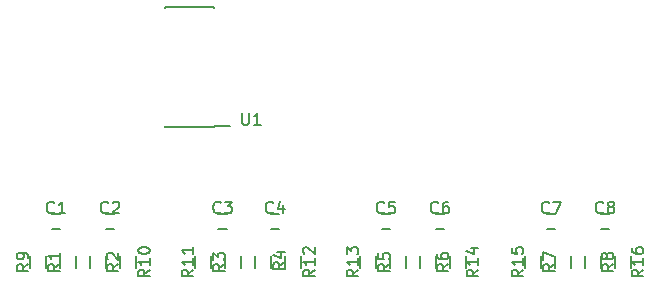
<source format=gto>
G04 #@! TF.GenerationSoftware,KiCad,Pcbnew,no-vcs-found-7613~57~ubuntu16.04.1*
G04 #@! TF.CreationDate,2017-02-12T00:19:34-08:00*
G04 #@! TF.ProjectId,access-pi,6163636573732D70692E6B696361645F,rev?*
G04 #@! TF.FileFunction,Legend,Top*
G04 #@! TF.FilePolarity,Positive*
%FSLAX46Y46*%
G04 Gerber Fmt 4.6, Leading zero omitted, Abs format (unit mm)*
G04 Created by KiCad (PCBNEW no-vcs-found-7613~57~ubuntu16.04.1) date Sun Feb 12 00:19:34 2017*
%MOMM*%
%LPD*%
G01*
G04 APERTURE LIST*
%ADD10C,0.150000*%
%ADD11R,2.800000X2.800000*%
%ADD12O,2.800000X3.200000*%
%ADD13C,2.540000*%
%ADD14C,3.990000*%
%ADD15R,1.727200X1.727200*%
%ADD16O,1.727200X1.727200*%
%ADD17R,0.900000X1.200000*%
%ADD18R,1.200000X0.750000*%
%ADD19R,1.727200X2.032000*%
%ADD20O,1.727200X2.032000*%
%ADD21R,2.032000X1.727200*%
%ADD22O,2.032000X1.727200*%
%ADD23R,1.500000X0.600000*%
G04 APERTURE END LIST*
D10*
X113752000Y-147439000D02*
X113752000Y-146439000D01*
X115102000Y-146439000D02*
X115102000Y-147439000D01*
X116292000Y-147439000D02*
X116292000Y-146439000D01*
X117642000Y-146439000D02*
X117642000Y-147439000D01*
X127722000Y-147439000D02*
X127722000Y-146439000D01*
X129072000Y-146439000D02*
X129072000Y-147439000D01*
X130262000Y-147439000D02*
X130262000Y-146439000D01*
X131612000Y-146439000D02*
X131612000Y-147439000D01*
X141692000Y-147439000D02*
X141692000Y-146439000D01*
X143042000Y-146439000D02*
X143042000Y-147439000D01*
X144232000Y-147439000D02*
X144232000Y-146439000D01*
X145582000Y-146439000D02*
X145582000Y-147439000D01*
X113061000Y-142910000D02*
X113761000Y-142910000D01*
X113761000Y-144110000D02*
X113061000Y-144110000D01*
X118333000Y-144110000D02*
X117633000Y-144110000D01*
X117633000Y-142910000D02*
X118333000Y-142910000D01*
X127158000Y-142910000D02*
X127858000Y-142910000D01*
X127858000Y-144110000D02*
X127158000Y-144110000D01*
X132303000Y-144110000D02*
X131603000Y-144110000D01*
X131603000Y-142910000D02*
X132303000Y-142910000D01*
X141001000Y-142910000D02*
X141701000Y-142910000D01*
X141701000Y-144110000D02*
X141001000Y-144110000D01*
X146273000Y-144110000D02*
X145573000Y-144110000D01*
X145573000Y-142910000D02*
X146273000Y-142910000D01*
X154971000Y-142910000D02*
X155671000Y-142910000D01*
X155671000Y-144110000D02*
X154971000Y-144110000D01*
X160243000Y-144110000D02*
X159543000Y-144110000D01*
X159543000Y-142910000D02*
X160243000Y-142910000D01*
X155662000Y-147439000D02*
X155662000Y-146439000D01*
X157012000Y-146439000D02*
X157012000Y-147439000D01*
X158202000Y-147439000D02*
X158202000Y-146439000D01*
X159552000Y-146439000D02*
X159552000Y-147439000D01*
X112562000Y-146439000D02*
X112562000Y-147439000D01*
X111212000Y-147439000D02*
X111212000Y-146439000D01*
X120182000Y-146439000D02*
X120182000Y-147439000D01*
X118832000Y-147439000D02*
X118832000Y-146439000D01*
X126532000Y-146439000D02*
X126532000Y-147439000D01*
X125182000Y-147439000D02*
X125182000Y-146439000D01*
X134152000Y-146439000D02*
X134152000Y-147439000D01*
X132802000Y-147439000D02*
X132802000Y-146439000D01*
X140502000Y-146439000D02*
X140502000Y-147439000D01*
X139152000Y-147439000D02*
X139152000Y-146439000D01*
X148122000Y-146439000D02*
X148122000Y-147439000D01*
X146772000Y-147439000D02*
X146772000Y-146439000D01*
X154472000Y-146439000D02*
X154472000Y-147439000D01*
X153122000Y-147439000D02*
X153122000Y-146439000D01*
X162092000Y-146439000D02*
X162092000Y-147439000D01*
X160742000Y-147439000D02*
X160742000Y-146439000D01*
X126789000Y-135504000D02*
X126789000Y-135399000D01*
X122639000Y-135504000D02*
X122639000Y-135399000D01*
X122639000Y-125354000D02*
X122639000Y-125459000D01*
X126789000Y-125354000D02*
X126789000Y-125459000D01*
X126789000Y-135504000D02*
X122639000Y-135504000D01*
X126789000Y-125354000D02*
X122639000Y-125354000D01*
X126789000Y-135399000D02*
X128164000Y-135399000D01*
X113736380Y-147105666D02*
X113260190Y-147439000D01*
X113736380Y-147677095D02*
X112736380Y-147677095D01*
X112736380Y-147296142D01*
X112784000Y-147200904D01*
X112831619Y-147153285D01*
X112926857Y-147105666D01*
X113069714Y-147105666D01*
X113164952Y-147153285D01*
X113212571Y-147200904D01*
X113260190Y-147296142D01*
X113260190Y-147677095D01*
X113736380Y-146153285D02*
X113736380Y-146724714D01*
X113736380Y-146439000D02*
X112736380Y-146439000D01*
X112879238Y-146534238D01*
X112974476Y-146629476D01*
X113022095Y-146724714D01*
X118689380Y-147105666D02*
X118213190Y-147439000D01*
X118689380Y-147677095D02*
X117689380Y-147677095D01*
X117689380Y-147296142D01*
X117737000Y-147200904D01*
X117784619Y-147153285D01*
X117879857Y-147105666D01*
X118022714Y-147105666D01*
X118117952Y-147153285D01*
X118165571Y-147200904D01*
X118213190Y-147296142D01*
X118213190Y-147677095D01*
X117784619Y-146724714D02*
X117737000Y-146677095D01*
X117689380Y-146581857D01*
X117689380Y-146343761D01*
X117737000Y-146248523D01*
X117784619Y-146200904D01*
X117879857Y-146153285D01*
X117975095Y-146153285D01*
X118117952Y-146200904D01*
X118689380Y-146772333D01*
X118689380Y-146153285D01*
X127706380Y-147105666D02*
X127230190Y-147439000D01*
X127706380Y-147677095D02*
X126706380Y-147677095D01*
X126706380Y-147296142D01*
X126754000Y-147200904D01*
X126801619Y-147153285D01*
X126896857Y-147105666D01*
X127039714Y-147105666D01*
X127134952Y-147153285D01*
X127182571Y-147200904D01*
X127230190Y-147296142D01*
X127230190Y-147677095D01*
X126706380Y-146772333D02*
X126706380Y-146153285D01*
X127087333Y-146486619D01*
X127087333Y-146343761D01*
X127134952Y-146248523D01*
X127182571Y-146200904D01*
X127277809Y-146153285D01*
X127515904Y-146153285D01*
X127611142Y-146200904D01*
X127658761Y-146248523D01*
X127706380Y-146343761D01*
X127706380Y-146629476D01*
X127658761Y-146724714D01*
X127611142Y-146772333D01*
X132786380Y-146978666D02*
X132310190Y-147312000D01*
X132786380Y-147550095D02*
X131786380Y-147550095D01*
X131786380Y-147169142D01*
X131834000Y-147073904D01*
X131881619Y-147026285D01*
X131976857Y-146978666D01*
X132119714Y-146978666D01*
X132214952Y-147026285D01*
X132262571Y-147073904D01*
X132310190Y-147169142D01*
X132310190Y-147550095D01*
X132119714Y-146121523D02*
X132786380Y-146121523D01*
X131738761Y-146359619D02*
X132453047Y-146597714D01*
X132453047Y-145978666D01*
X141676380Y-147105666D02*
X141200190Y-147439000D01*
X141676380Y-147677095D02*
X140676380Y-147677095D01*
X140676380Y-147296142D01*
X140724000Y-147200904D01*
X140771619Y-147153285D01*
X140866857Y-147105666D01*
X141009714Y-147105666D01*
X141104952Y-147153285D01*
X141152571Y-147200904D01*
X141200190Y-147296142D01*
X141200190Y-147677095D01*
X140676380Y-146200904D02*
X140676380Y-146677095D01*
X141152571Y-146724714D01*
X141104952Y-146677095D01*
X141057333Y-146581857D01*
X141057333Y-146343761D01*
X141104952Y-146248523D01*
X141152571Y-146200904D01*
X141247809Y-146153285D01*
X141485904Y-146153285D01*
X141581142Y-146200904D01*
X141628761Y-146248523D01*
X141676380Y-146343761D01*
X141676380Y-146581857D01*
X141628761Y-146677095D01*
X141581142Y-146724714D01*
X146629380Y-147105666D02*
X146153190Y-147439000D01*
X146629380Y-147677095D02*
X145629380Y-147677095D01*
X145629380Y-147296142D01*
X145677000Y-147200904D01*
X145724619Y-147153285D01*
X145819857Y-147105666D01*
X145962714Y-147105666D01*
X146057952Y-147153285D01*
X146105571Y-147200904D01*
X146153190Y-147296142D01*
X146153190Y-147677095D01*
X145629380Y-146248523D02*
X145629380Y-146439000D01*
X145677000Y-146534238D01*
X145724619Y-146581857D01*
X145867476Y-146677095D01*
X146057952Y-146724714D01*
X146438904Y-146724714D01*
X146534142Y-146677095D01*
X146581761Y-146629476D01*
X146629380Y-146534238D01*
X146629380Y-146343761D01*
X146581761Y-146248523D01*
X146534142Y-146200904D01*
X146438904Y-146153285D01*
X146200809Y-146153285D01*
X146105571Y-146200904D01*
X146057952Y-146248523D01*
X146010333Y-146343761D01*
X146010333Y-146534238D01*
X146057952Y-146629476D01*
X146105571Y-146677095D01*
X146200809Y-146724714D01*
X113244333Y-142724142D02*
X113196714Y-142771761D01*
X113053857Y-142819380D01*
X112958619Y-142819380D01*
X112815761Y-142771761D01*
X112720523Y-142676523D01*
X112672904Y-142581285D01*
X112625285Y-142390809D01*
X112625285Y-142247952D01*
X112672904Y-142057476D01*
X112720523Y-141962238D01*
X112815761Y-141867000D01*
X112958619Y-141819380D01*
X113053857Y-141819380D01*
X113196714Y-141867000D01*
X113244333Y-141914619D01*
X114196714Y-142819380D02*
X113625285Y-142819380D01*
X113911000Y-142819380D02*
X113911000Y-141819380D01*
X113815761Y-141962238D01*
X113720523Y-142057476D01*
X113625285Y-142105095D01*
X117816333Y-142724142D02*
X117768714Y-142771761D01*
X117625857Y-142819380D01*
X117530619Y-142819380D01*
X117387761Y-142771761D01*
X117292523Y-142676523D01*
X117244904Y-142581285D01*
X117197285Y-142390809D01*
X117197285Y-142247952D01*
X117244904Y-142057476D01*
X117292523Y-141962238D01*
X117387761Y-141867000D01*
X117530619Y-141819380D01*
X117625857Y-141819380D01*
X117768714Y-141867000D01*
X117816333Y-141914619D01*
X118197285Y-141914619D02*
X118244904Y-141867000D01*
X118340142Y-141819380D01*
X118578238Y-141819380D01*
X118673476Y-141867000D01*
X118721095Y-141914619D01*
X118768714Y-142009857D01*
X118768714Y-142105095D01*
X118721095Y-142247952D01*
X118149666Y-142819380D01*
X118768714Y-142819380D01*
X127341333Y-142724142D02*
X127293714Y-142771761D01*
X127150857Y-142819380D01*
X127055619Y-142819380D01*
X126912761Y-142771761D01*
X126817523Y-142676523D01*
X126769904Y-142581285D01*
X126722285Y-142390809D01*
X126722285Y-142247952D01*
X126769904Y-142057476D01*
X126817523Y-141962238D01*
X126912761Y-141867000D01*
X127055619Y-141819380D01*
X127150857Y-141819380D01*
X127293714Y-141867000D01*
X127341333Y-141914619D01*
X127674666Y-141819380D02*
X128293714Y-141819380D01*
X127960380Y-142200333D01*
X128103238Y-142200333D01*
X128198476Y-142247952D01*
X128246095Y-142295571D01*
X128293714Y-142390809D01*
X128293714Y-142628904D01*
X128246095Y-142724142D01*
X128198476Y-142771761D01*
X128103238Y-142819380D01*
X127817523Y-142819380D01*
X127722285Y-142771761D01*
X127674666Y-142724142D01*
X131786333Y-142724142D02*
X131738714Y-142771761D01*
X131595857Y-142819380D01*
X131500619Y-142819380D01*
X131357761Y-142771761D01*
X131262523Y-142676523D01*
X131214904Y-142581285D01*
X131167285Y-142390809D01*
X131167285Y-142247952D01*
X131214904Y-142057476D01*
X131262523Y-141962238D01*
X131357761Y-141867000D01*
X131500619Y-141819380D01*
X131595857Y-141819380D01*
X131738714Y-141867000D01*
X131786333Y-141914619D01*
X132643476Y-142152714D02*
X132643476Y-142819380D01*
X132405380Y-141771761D02*
X132167285Y-142486047D01*
X132786333Y-142486047D01*
X141184333Y-142724142D02*
X141136714Y-142771761D01*
X140993857Y-142819380D01*
X140898619Y-142819380D01*
X140755761Y-142771761D01*
X140660523Y-142676523D01*
X140612904Y-142581285D01*
X140565285Y-142390809D01*
X140565285Y-142247952D01*
X140612904Y-142057476D01*
X140660523Y-141962238D01*
X140755761Y-141867000D01*
X140898619Y-141819380D01*
X140993857Y-141819380D01*
X141136714Y-141867000D01*
X141184333Y-141914619D01*
X142089095Y-141819380D02*
X141612904Y-141819380D01*
X141565285Y-142295571D01*
X141612904Y-142247952D01*
X141708142Y-142200333D01*
X141946238Y-142200333D01*
X142041476Y-142247952D01*
X142089095Y-142295571D01*
X142136714Y-142390809D01*
X142136714Y-142628904D01*
X142089095Y-142724142D01*
X142041476Y-142771761D01*
X141946238Y-142819380D01*
X141708142Y-142819380D01*
X141612904Y-142771761D01*
X141565285Y-142724142D01*
X145756333Y-142724142D02*
X145708714Y-142771761D01*
X145565857Y-142819380D01*
X145470619Y-142819380D01*
X145327761Y-142771761D01*
X145232523Y-142676523D01*
X145184904Y-142581285D01*
X145137285Y-142390809D01*
X145137285Y-142247952D01*
X145184904Y-142057476D01*
X145232523Y-141962238D01*
X145327761Y-141867000D01*
X145470619Y-141819380D01*
X145565857Y-141819380D01*
X145708714Y-141867000D01*
X145756333Y-141914619D01*
X146613476Y-141819380D02*
X146423000Y-141819380D01*
X146327761Y-141867000D01*
X146280142Y-141914619D01*
X146184904Y-142057476D01*
X146137285Y-142247952D01*
X146137285Y-142628904D01*
X146184904Y-142724142D01*
X146232523Y-142771761D01*
X146327761Y-142819380D01*
X146518238Y-142819380D01*
X146613476Y-142771761D01*
X146661095Y-142724142D01*
X146708714Y-142628904D01*
X146708714Y-142390809D01*
X146661095Y-142295571D01*
X146613476Y-142247952D01*
X146518238Y-142200333D01*
X146327761Y-142200333D01*
X146232523Y-142247952D01*
X146184904Y-142295571D01*
X146137285Y-142390809D01*
X155154333Y-142724142D02*
X155106714Y-142771761D01*
X154963857Y-142819380D01*
X154868619Y-142819380D01*
X154725761Y-142771761D01*
X154630523Y-142676523D01*
X154582904Y-142581285D01*
X154535285Y-142390809D01*
X154535285Y-142247952D01*
X154582904Y-142057476D01*
X154630523Y-141962238D01*
X154725761Y-141867000D01*
X154868619Y-141819380D01*
X154963857Y-141819380D01*
X155106714Y-141867000D01*
X155154333Y-141914619D01*
X155487666Y-141819380D02*
X156154333Y-141819380D01*
X155725761Y-142819380D01*
X159726333Y-142724142D02*
X159678714Y-142771761D01*
X159535857Y-142819380D01*
X159440619Y-142819380D01*
X159297761Y-142771761D01*
X159202523Y-142676523D01*
X159154904Y-142581285D01*
X159107285Y-142390809D01*
X159107285Y-142247952D01*
X159154904Y-142057476D01*
X159202523Y-141962238D01*
X159297761Y-141867000D01*
X159440619Y-141819380D01*
X159535857Y-141819380D01*
X159678714Y-141867000D01*
X159726333Y-141914619D01*
X160297761Y-142247952D02*
X160202523Y-142200333D01*
X160154904Y-142152714D01*
X160107285Y-142057476D01*
X160107285Y-142009857D01*
X160154904Y-141914619D01*
X160202523Y-141867000D01*
X160297761Y-141819380D01*
X160488238Y-141819380D01*
X160583476Y-141867000D01*
X160631095Y-141914619D01*
X160678714Y-142009857D01*
X160678714Y-142057476D01*
X160631095Y-142152714D01*
X160583476Y-142200333D01*
X160488238Y-142247952D01*
X160297761Y-142247952D01*
X160202523Y-142295571D01*
X160154904Y-142343190D01*
X160107285Y-142438428D01*
X160107285Y-142628904D01*
X160154904Y-142724142D01*
X160202523Y-142771761D01*
X160297761Y-142819380D01*
X160488238Y-142819380D01*
X160583476Y-142771761D01*
X160631095Y-142724142D01*
X160678714Y-142628904D01*
X160678714Y-142438428D01*
X160631095Y-142343190D01*
X160583476Y-142295571D01*
X160488238Y-142247952D01*
X155646380Y-147105666D02*
X155170190Y-147439000D01*
X155646380Y-147677095D02*
X154646380Y-147677095D01*
X154646380Y-147296142D01*
X154694000Y-147200904D01*
X154741619Y-147153285D01*
X154836857Y-147105666D01*
X154979714Y-147105666D01*
X155074952Y-147153285D01*
X155122571Y-147200904D01*
X155170190Y-147296142D01*
X155170190Y-147677095D01*
X154646380Y-146772333D02*
X154646380Y-146105666D01*
X155646380Y-146534238D01*
X160599380Y-147105666D02*
X160123190Y-147439000D01*
X160599380Y-147677095D02*
X159599380Y-147677095D01*
X159599380Y-147296142D01*
X159647000Y-147200904D01*
X159694619Y-147153285D01*
X159789857Y-147105666D01*
X159932714Y-147105666D01*
X160027952Y-147153285D01*
X160075571Y-147200904D01*
X160123190Y-147296142D01*
X160123190Y-147677095D01*
X160027952Y-146534238D02*
X159980333Y-146629476D01*
X159932714Y-146677095D01*
X159837476Y-146724714D01*
X159789857Y-146724714D01*
X159694619Y-146677095D01*
X159647000Y-146629476D01*
X159599380Y-146534238D01*
X159599380Y-146343761D01*
X159647000Y-146248523D01*
X159694619Y-146200904D01*
X159789857Y-146153285D01*
X159837476Y-146153285D01*
X159932714Y-146200904D01*
X159980333Y-146248523D01*
X160027952Y-146343761D01*
X160027952Y-146534238D01*
X160075571Y-146629476D01*
X160123190Y-146677095D01*
X160218428Y-146724714D01*
X160408904Y-146724714D01*
X160504142Y-146677095D01*
X160551761Y-146629476D01*
X160599380Y-146534238D01*
X160599380Y-146343761D01*
X160551761Y-146248523D01*
X160504142Y-146200904D01*
X160408904Y-146153285D01*
X160218428Y-146153285D01*
X160123190Y-146200904D01*
X160075571Y-146248523D01*
X160027952Y-146343761D01*
X111069380Y-147105666D02*
X110593190Y-147439000D01*
X111069380Y-147677095D02*
X110069380Y-147677095D01*
X110069380Y-147296142D01*
X110117000Y-147200904D01*
X110164619Y-147153285D01*
X110259857Y-147105666D01*
X110402714Y-147105666D01*
X110497952Y-147153285D01*
X110545571Y-147200904D01*
X110593190Y-147296142D01*
X110593190Y-147677095D01*
X111069380Y-146629476D02*
X111069380Y-146439000D01*
X111021761Y-146343761D01*
X110974142Y-146296142D01*
X110831285Y-146200904D01*
X110640809Y-146153285D01*
X110259857Y-146153285D01*
X110164619Y-146200904D01*
X110117000Y-146248523D01*
X110069380Y-146343761D01*
X110069380Y-146534238D01*
X110117000Y-146629476D01*
X110164619Y-146677095D01*
X110259857Y-146724714D01*
X110497952Y-146724714D01*
X110593190Y-146677095D01*
X110640809Y-146629476D01*
X110688428Y-146534238D01*
X110688428Y-146343761D01*
X110640809Y-146248523D01*
X110593190Y-146200904D01*
X110497952Y-146153285D01*
X121356380Y-147581857D02*
X120880190Y-147915190D01*
X121356380Y-148153285D02*
X120356380Y-148153285D01*
X120356380Y-147772333D01*
X120404000Y-147677095D01*
X120451619Y-147629476D01*
X120546857Y-147581857D01*
X120689714Y-147581857D01*
X120784952Y-147629476D01*
X120832571Y-147677095D01*
X120880190Y-147772333D01*
X120880190Y-148153285D01*
X121356380Y-146629476D02*
X121356380Y-147200904D01*
X121356380Y-146915190D02*
X120356380Y-146915190D01*
X120499238Y-147010428D01*
X120594476Y-147105666D01*
X120642095Y-147200904D01*
X120356380Y-146010428D02*
X120356380Y-145915190D01*
X120404000Y-145819952D01*
X120451619Y-145772333D01*
X120546857Y-145724714D01*
X120737333Y-145677095D01*
X120975428Y-145677095D01*
X121165904Y-145724714D01*
X121261142Y-145772333D01*
X121308761Y-145819952D01*
X121356380Y-145915190D01*
X121356380Y-146010428D01*
X121308761Y-146105666D01*
X121261142Y-146153285D01*
X121165904Y-146200904D01*
X120975428Y-146248523D01*
X120737333Y-146248523D01*
X120546857Y-146200904D01*
X120451619Y-146153285D01*
X120404000Y-146105666D01*
X120356380Y-146010428D01*
X125039380Y-147581857D02*
X124563190Y-147915190D01*
X125039380Y-148153285D02*
X124039380Y-148153285D01*
X124039380Y-147772333D01*
X124087000Y-147677095D01*
X124134619Y-147629476D01*
X124229857Y-147581857D01*
X124372714Y-147581857D01*
X124467952Y-147629476D01*
X124515571Y-147677095D01*
X124563190Y-147772333D01*
X124563190Y-148153285D01*
X125039380Y-146629476D02*
X125039380Y-147200904D01*
X125039380Y-146915190D02*
X124039380Y-146915190D01*
X124182238Y-147010428D01*
X124277476Y-147105666D01*
X124325095Y-147200904D01*
X125039380Y-145677095D02*
X125039380Y-146248523D01*
X125039380Y-145962809D02*
X124039380Y-145962809D01*
X124182238Y-146058047D01*
X124277476Y-146153285D01*
X124325095Y-146248523D01*
X135326380Y-147581857D02*
X134850190Y-147915190D01*
X135326380Y-148153285D02*
X134326380Y-148153285D01*
X134326380Y-147772333D01*
X134374000Y-147677095D01*
X134421619Y-147629476D01*
X134516857Y-147581857D01*
X134659714Y-147581857D01*
X134754952Y-147629476D01*
X134802571Y-147677095D01*
X134850190Y-147772333D01*
X134850190Y-148153285D01*
X135326380Y-146629476D02*
X135326380Y-147200904D01*
X135326380Y-146915190D02*
X134326380Y-146915190D01*
X134469238Y-147010428D01*
X134564476Y-147105666D01*
X134612095Y-147200904D01*
X134421619Y-146248523D02*
X134374000Y-146200904D01*
X134326380Y-146105666D01*
X134326380Y-145867571D01*
X134374000Y-145772333D01*
X134421619Y-145724714D01*
X134516857Y-145677095D01*
X134612095Y-145677095D01*
X134754952Y-145724714D01*
X135326380Y-146296142D01*
X135326380Y-145677095D01*
X139009380Y-147581857D02*
X138533190Y-147915190D01*
X139009380Y-148153285D02*
X138009380Y-148153285D01*
X138009380Y-147772333D01*
X138057000Y-147677095D01*
X138104619Y-147629476D01*
X138199857Y-147581857D01*
X138342714Y-147581857D01*
X138437952Y-147629476D01*
X138485571Y-147677095D01*
X138533190Y-147772333D01*
X138533190Y-148153285D01*
X139009380Y-146629476D02*
X139009380Y-147200904D01*
X139009380Y-146915190D02*
X138009380Y-146915190D01*
X138152238Y-147010428D01*
X138247476Y-147105666D01*
X138295095Y-147200904D01*
X138009380Y-146296142D02*
X138009380Y-145677095D01*
X138390333Y-146010428D01*
X138390333Y-145867571D01*
X138437952Y-145772333D01*
X138485571Y-145724714D01*
X138580809Y-145677095D01*
X138818904Y-145677095D01*
X138914142Y-145724714D01*
X138961761Y-145772333D01*
X139009380Y-145867571D01*
X139009380Y-146153285D01*
X138961761Y-146248523D01*
X138914142Y-146296142D01*
X149169380Y-147581857D02*
X148693190Y-147915190D01*
X149169380Y-148153285D02*
X148169380Y-148153285D01*
X148169380Y-147772333D01*
X148217000Y-147677095D01*
X148264619Y-147629476D01*
X148359857Y-147581857D01*
X148502714Y-147581857D01*
X148597952Y-147629476D01*
X148645571Y-147677095D01*
X148693190Y-147772333D01*
X148693190Y-148153285D01*
X149169380Y-146629476D02*
X149169380Y-147200904D01*
X149169380Y-146915190D02*
X148169380Y-146915190D01*
X148312238Y-147010428D01*
X148407476Y-147105666D01*
X148455095Y-147200904D01*
X148502714Y-145772333D02*
X149169380Y-145772333D01*
X148121761Y-146010428D02*
X148836047Y-146248523D01*
X148836047Y-145629476D01*
X152979380Y-147581857D02*
X152503190Y-147915190D01*
X152979380Y-148153285D02*
X151979380Y-148153285D01*
X151979380Y-147772333D01*
X152027000Y-147677095D01*
X152074619Y-147629476D01*
X152169857Y-147581857D01*
X152312714Y-147581857D01*
X152407952Y-147629476D01*
X152455571Y-147677095D01*
X152503190Y-147772333D01*
X152503190Y-148153285D01*
X152979380Y-146629476D02*
X152979380Y-147200904D01*
X152979380Y-146915190D02*
X151979380Y-146915190D01*
X152122238Y-147010428D01*
X152217476Y-147105666D01*
X152265095Y-147200904D01*
X151979380Y-145724714D02*
X151979380Y-146200904D01*
X152455571Y-146248523D01*
X152407952Y-146200904D01*
X152360333Y-146105666D01*
X152360333Y-145867571D01*
X152407952Y-145772333D01*
X152455571Y-145724714D01*
X152550809Y-145677095D01*
X152788904Y-145677095D01*
X152884142Y-145724714D01*
X152931761Y-145772333D01*
X152979380Y-145867571D01*
X152979380Y-146105666D01*
X152931761Y-146200904D01*
X152884142Y-146248523D01*
X163139380Y-147581857D02*
X162663190Y-147915190D01*
X163139380Y-148153285D02*
X162139380Y-148153285D01*
X162139380Y-147772333D01*
X162187000Y-147677095D01*
X162234619Y-147629476D01*
X162329857Y-147581857D01*
X162472714Y-147581857D01*
X162567952Y-147629476D01*
X162615571Y-147677095D01*
X162663190Y-147772333D01*
X162663190Y-148153285D01*
X163139380Y-146629476D02*
X163139380Y-147200904D01*
X163139380Y-146915190D02*
X162139380Y-146915190D01*
X162282238Y-147010428D01*
X162377476Y-147105666D01*
X162425095Y-147200904D01*
X162139380Y-145772333D02*
X162139380Y-145962809D01*
X162187000Y-146058047D01*
X162234619Y-146105666D01*
X162377476Y-146200904D01*
X162567952Y-146248523D01*
X162948904Y-146248523D01*
X163044142Y-146200904D01*
X163091761Y-146153285D01*
X163139380Y-146058047D01*
X163139380Y-145867571D01*
X163091761Y-145772333D01*
X163044142Y-145724714D01*
X162948904Y-145677095D01*
X162710809Y-145677095D01*
X162615571Y-145724714D01*
X162567952Y-145772333D01*
X162520333Y-145867571D01*
X162520333Y-146058047D01*
X162567952Y-146153285D01*
X162615571Y-146200904D01*
X162710809Y-146248523D01*
X129159095Y-134326380D02*
X129159095Y-135135904D01*
X129206714Y-135231142D01*
X129254333Y-135278761D01*
X129349571Y-135326380D01*
X129540047Y-135326380D01*
X129635285Y-135278761D01*
X129682904Y-135231142D01*
X129730523Y-135135904D01*
X129730523Y-134326380D01*
X130730523Y-135326380D02*
X130159095Y-135326380D01*
X130444809Y-135326380D02*
X130444809Y-134326380D01*
X130349571Y-134469238D01*
X130254333Y-134564476D01*
X130159095Y-134612095D01*
%LPC*%
D11*
X113665000Y-128905000D03*
D12*
X113665000Y-123825000D03*
X113665000Y-118745000D03*
X113665000Y-113665000D03*
D13*
X111125000Y-131445000D03*
X111125000Y-111125000D03*
D14*
X103505000Y-126365000D03*
X103505000Y-116205000D03*
D15*
X102050000Y-105170000D03*
D16*
X102050000Y-102630000D03*
X104590000Y-105170000D03*
X104590000Y-102630000D03*
X107130000Y-105170000D03*
X107130000Y-102630000D03*
X109670000Y-105170000D03*
X109670000Y-102630000D03*
X112210000Y-105170000D03*
X112210000Y-102630000D03*
X114750000Y-105170000D03*
X114750000Y-102630000D03*
X117290000Y-105170000D03*
X117290000Y-102630000D03*
X119830000Y-105170000D03*
X119830000Y-102630000D03*
X122370000Y-105170000D03*
X122370000Y-102630000D03*
X124910000Y-105170000D03*
X124910000Y-102630000D03*
X127450000Y-105170000D03*
X127450000Y-102630000D03*
X129990000Y-105170000D03*
X129990000Y-102630000D03*
X132530000Y-105170000D03*
X132530000Y-102630000D03*
D17*
X114427000Y-145839000D03*
X114427000Y-148039000D03*
X116967000Y-145839000D03*
X116967000Y-148039000D03*
X128397000Y-145839000D03*
X128397000Y-148039000D03*
X130937000Y-145839000D03*
X130937000Y-148039000D03*
X142367000Y-145839000D03*
X142367000Y-148039000D03*
X144907000Y-145839000D03*
X144907000Y-148039000D03*
D18*
X112461000Y-143510000D03*
X114361000Y-143510000D03*
X118933000Y-143510000D03*
X117033000Y-143510000D03*
X126558000Y-143510000D03*
X128458000Y-143510000D03*
X132903000Y-143510000D03*
X131003000Y-143510000D03*
X140401000Y-143510000D03*
X142301000Y-143510000D03*
X146873000Y-143510000D03*
X144973000Y-143510000D03*
X154371000Y-143510000D03*
X156271000Y-143510000D03*
X160843000Y-143510000D03*
X158943000Y-143510000D03*
D19*
X109347000Y-151892000D03*
D20*
X111887000Y-151892000D03*
X114427000Y-151892000D03*
X116967000Y-151892000D03*
X119507000Y-151892000D03*
D19*
X123317000Y-151892000D03*
D20*
X125857000Y-151892000D03*
X128397000Y-151892000D03*
X130937000Y-151892000D03*
X133477000Y-151892000D03*
D19*
X137287000Y-151892000D03*
D20*
X139827000Y-151892000D03*
X142367000Y-151892000D03*
X144907000Y-151892000D03*
X147447000Y-151892000D03*
D19*
X151257000Y-151892000D03*
D20*
X153797000Y-151892000D03*
X156337000Y-151892000D03*
X158877000Y-151892000D03*
X161417000Y-151892000D03*
D21*
X104140000Y-137414000D03*
D22*
X104140000Y-139954000D03*
X104140000Y-142494000D03*
X104140000Y-145034000D03*
X104140000Y-147574000D03*
X104140000Y-150114000D03*
D17*
X156337000Y-145839000D03*
X156337000Y-148039000D03*
X158877000Y-145839000D03*
X158877000Y-148039000D03*
X111887000Y-148039000D03*
X111887000Y-145839000D03*
X119507000Y-148039000D03*
X119507000Y-145839000D03*
X125857000Y-148039000D03*
X125857000Y-145839000D03*
X133477000Y-148039000D03*
X133477000Y-145839000D03*
X139827000Y-148039000D03*
X139827000Y-145839000D03*
X147447000Y-148039000D03*
X147447000Y-145839000D03*
X153797000Y-148039000D03*
X153797000Y-145839000D03*
X161417000Y-148039000D03*
X161417000Y-145839000D03*
D23*
X127414000Y-134874000D03*
X127414000Y-133604000D03*
X127414000Y-132334000D03*
X127414000Y-131064000D03*
X127414000Y-129794000D03*
X127414000Y-128524000D03*
X127414000Y-127254000D03*
X127414000Y-125984000D03*
X122014000Y-125984000D03*
X122014000Y-127254000D03*
X122014000Y-128524000D03*
X122014000Y-129794000D03*
X122014000Y-131064000D03*
X122014000Y-132334000D03*
X122014000Y-133604000D03*
X122014000Y-134874000D03*
D21*
X153479500Y-128016000D03*
D22*
X153479500Y-125476000D03*
X153479500Y-122936000D03*
X153479500Y-120396000D03*
X153479500Y-117856000D03*
X153479500Y-115316000D03*
X153479500Y-112776000D03*
X153479500Y-110236000D03*
M02*

</source>
